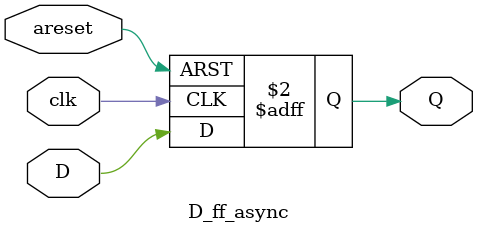
<source format=v>
`timescale 1ns / 1ps


module D_ff_async(
input clk,
input areset,
input D,
output reg Q
    );
    
    always @(posedge clk or posedge areset)
    begin
     if(areset)
      begin
       Q <= 1'b0;
      end
     else
      begin
       Q <= D;
      end
    end
endmodule

</source>
